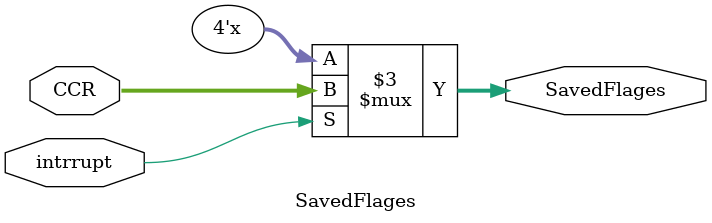
<source format=v>
module SavedFlages (
    input intrrupt,
    input [3:0] CCR,
    output reg [3:0] SavedFlages
);

always @(*) begin
    if(intrrupt) SavedFlages = CCR;
    else SavedFlages=SavedFlages;
end
    
endmodule
</source>
